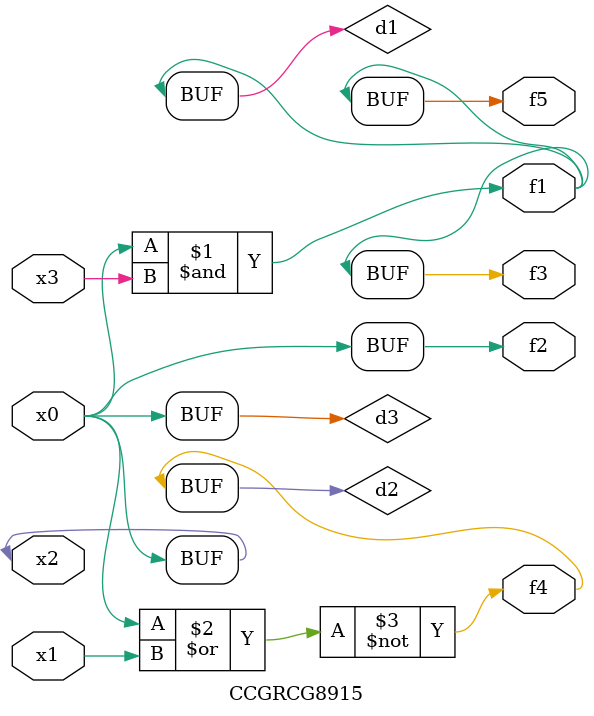
<source format=v>
module CCGRCG8915(
	input x0, x1, x2, x3,
	output f1, f2, f3, f4, f5
);

	wire d1, d2, d3;

	and (d1, x2, x3);
	nor (d2, x0, x1);
	buf (d3, x0, x2);
	assign f1 = d1;
	assign f2 = d3;
	assign f3 = d1;
	assign f4 = d2;
	assign f5 = d1;
endmodule

</source>
